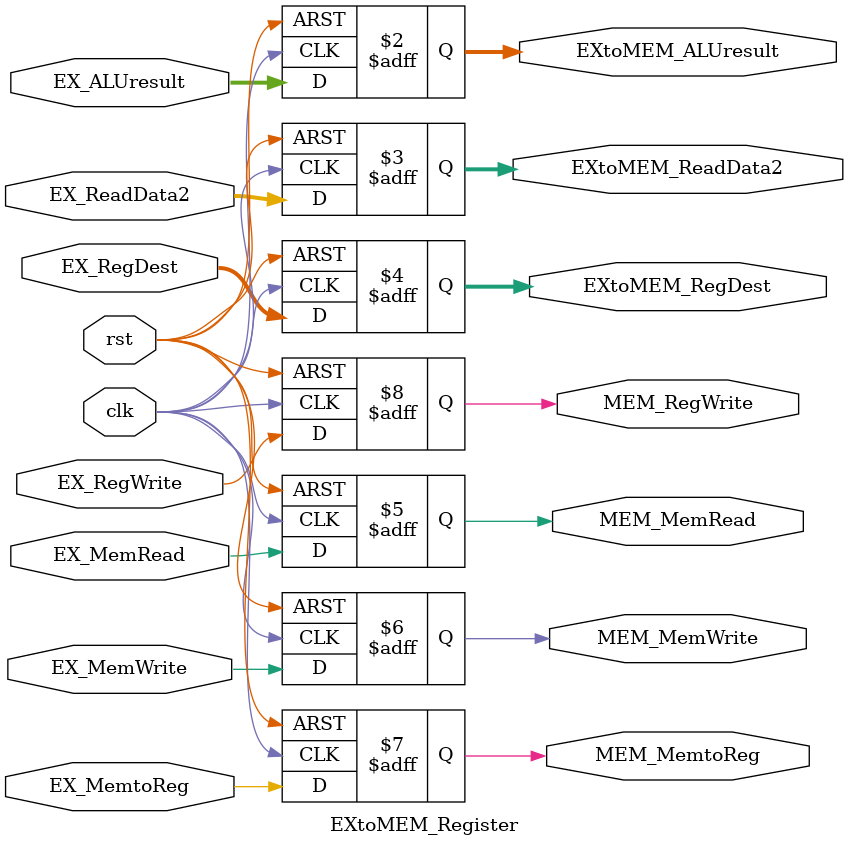
<source format=v>
module EXtoMEM_Register(
    input wire clk, rst,
    
    // datapath input
    input wire [31:0] EX_ALUresult,
    input wire [31:0] EX_ReadData2,
    input wire [4:0] EX_RegDest,

    // control input
    // MEM
    input wire EX_MemRead,
    input wire EX_MemWrite,
    // WB
    input wire EX_MemtoReg,
    input wire EX_RegWrite,

    // datapath output
    output reg [31:0] EXtoMEM_ALUresult,
    output reg [31:0] EXtoMEM_ReadData2,
    output reg [4:0] EXtoMEM_RegDest,
    
    // control output
    output reg MEM_MemRead,
    output reg MEM_MemWrite,
    // WB
    output reg MEM_MemtoReg,
    output reg MEM_RegWrite
);

    always @(posedge clk or posedge rst) begin
        if(rst) begin
            // datapath
            EXtoMEM_ALUresult <= 0;
            EXtoMEM_ReadData2 <= 0;
            EXtoMEM_RegDest <= 0;
    
            // control
            MEM_MemRead <= 0;
            MEM_MemWrite <= 0;
            MEM_MemtoReg <= 0;
            MEM_RegWrite <= 0;
        end
        else begin
            // datapath
            EXtoMEM_ALUresult <= EX_ALUresult;
            EXtoMEM_ReadData2 <= EX_ReadData2;
            EXtoMEM_RegDest <= EX_RegDest;
    
            // control
            MEM_MemRead <= EX_MemRead;
            MEM_MemWrite <= EX_MemWrite;
            MEM_MemtoReg <= EX_MemtoReg;
            MEM_RegWrite <= EX_RegWrite;
        end
    end

endmodule

</source>
